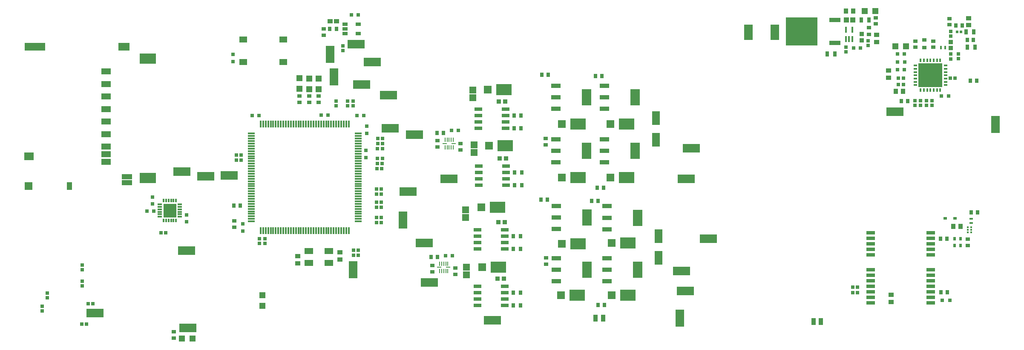
<source format=gtp>
G04*
G04 #@! TF.GenerationSoftware,Altium Limited,Altium Designer,23.7.1 (13)*
G04*
G04 Layer_Color=8421504*
%FSLAX44Y44*%
%MOMM*%
G71*
G04*
G04 #@! TF.SameCoordinates,9AC6D79B-6B5E-4FBD-9D38-37E555C90168*
G04*
G04*
G04 #@! TF.FilePolarity,Positive*
G04*
G01*
G75*
%ADD17R,1.2000X1.2000*%
%ADD18R,1.2000X1.2000*%
%ADD19R,1.7800X3.4300*%
%ADD20R,0.9500X0.8000*%
%ADD21R,0.9500X1.0500*%
%ADD22R,0.8000X0.5000*%
%ADD23R,3.4300X1.7800*%
%ADD24R,0.6500X0.7000*%
%ADD25R,0.7000X0.6500*%
%ADD26R,1.3500X0.3500*%
%ADD27R,0.3500X1.3500*%
%ADD28R,0.8500X0.7500*%
G04:AMPARAMS|DCode=29|XSize=1.1mm|YSize=0.6mm|CornerRadius=0.051mm|HoleSize=0mm|Usage=FLASHONLY|Rotation=0.000|XOffset=0mm|YOffset=0mm|HoleType=Round|Shape=RoundedRectangle|*
%AMROUNDEDRECTD29*
21,1,1.1000,0.4980,0,0,0.0*
21,1,0.9980,0.6000,0,0,0.0*
1,1,0.1020,0.4990,-0.2490*
1,1,0.1020,-0.4990,-0.2490*
1,1,0.1020,-0.4990,0.2490*
1,1,0.1020,0.4990,0.2490*
%
%ADD29ROUNDEDRECTD29*%
%ADD30R,0.7500X0.8500*%
%ADD31R,1.1311X0.9121*%
%ADD32R,0.7000X0.7000*%
%ADD33R,1.9000X0.9500*%
%ADD34R,1.9000X3.2500*%
%ADD35R,0.8500X0.3500*%
%ADD36R,0.6000X0.8000*%
%ADD37R,0.8000X0.9500*%
%ADD38R,0.6500X0.3500*%
%ADD39R,0.4250X0.3700*%
%ADD40R,1.8000X0.8000*%
%ADD41R,0.8000X0.8000*%
%ADD42R,0.7500X0.3000*%
%ADD43R,1.1000X0.9500*%
%ADD44R,1.8000X1.2000*%
%ADD45R,1.5250X0.6500*%
%ADD46R,3.1000X2.2000*%
%ADD47R,1.6000X2.8000*%
%ADD48R,1.5000X1.5200*%
%ADD49R,1.4562X1.3781*%
%ADD50R,0.9000X0.8500*%
%ADD51R,1.0500X0.9000*%
%ADD52R,0.4000X1.2000*%
%ADD53R,2.2500X0.9000*%
%ADD54R,1.1000X1.1000*%
%ADD55R,0.8000X1.0000*%
%ADD56R,0.7000X0.9000*%
%ADD57R,0.2000X0.9500*%
%ADD58R,6.3000X5.5500*%
%ADD59R,1.7800X3.1500*%
%ADD60R,0.8500X0.9000*%
%ADD61R,0.9500X0.2000*%
%ADD62R,0.3000X0.7500*%
%ADD63R,0.9500X1.3500*%
%ADD64R,0.9000X0.7500*%
%ADD65R,0.9000X0.8000*%
%ADD66R,0.3500X0.6500*%
%ADD67R,0.6500X0.7500*%
%ADD68R,0.9500X1.1000*%
%ADD69R,0.8500X0.8500*%
%ADD70R,0.6725X0.7154*%
%ADD71R,0.7500X0.9000*%
%ADD72R,0.7400X0.7800*%
%ADD73R,0.5153X0.4725*%
%ADD74R,0.7400X0.9200*%
%ADD75R,2.0000X1.0000*%
%ADD76R,1.1000X1.5000*%
%ADD77R,1.8700X1.6000*%
%ADD78R,1.0200X0.8400*%
%ADD79R,1.9500X1.2000*%
%ADD80R,1.5500X1.3000*%
%ADD81R,0.7000X0.7000*%
%ADD82R,2.6000X2.7000*%
%ADD83R,0.3500X0.8000*%
%ADD84R,1.0500X0.9500*%
%ADD85R,4.8000X4.8000*%
%ADD86R,2.2000X1.5500*%
%ADD87R,3.2000X2.1000*%
%ADD88R,1.6500X1.5000*%
%ADD89R,4.1700X1.5500*%
D17*
X1740830Y605790D02*
D03*
X1761830D02*
D03*
X1700870Y675640D02*
D03*
X1679870D02*
D03*
X322240Y22860D02*
D03*
X343240D02*
D03*
D18*
X482600Y88560D02*
D03*
Y109560D02*
D03*
X556260Y521290D02*
D03*
X575310Y520360D02*
D03*
X594360D02*
D03*
X556260Y542290D02*
D03*
X575310Y541360D02*
D03*
X594360D02*
D03*
D19*
X1311910Y63500D02*
D03*
X617220Y589280D02*
D03*
X662940Y160020D02*
D03*
X624840Y544830D02*
D03*
X1939290Y449580D02*
D03*
X762000Y259080D02*
D03*
D20*
X1701800Y662740D02*
D03*
Y650240D02*
D03*
X306070Y24230D02*
D03*
Y36730D02*
D03*
X1884680Y208130D02*
D03*
Y221130D02*
D03*
X594360Y494130D02*
D03*
X575310D02*
D03*
X556260D02*
D03*
Y506630D02*
D03*
X575310D02*
D03*
X594360D02*
D03*
D21*
X1642480Y675640D02*
D03*
X1656980D02*
D03*
X1870340Y246380D02*
D03*
X1855840D02*
D03*
D22*
X1859120Y262890D02*
D03*
X1839120D02*
D03*
D23*
X416560Y347980D02*
D03*
X334010Y44450D02*
D03*
X853440Y341630D02*
D03*
X772160Y316230D02*
D03*
X1334770Y402590D02*
D03*
X814070Y134620D02*
D03*
X803910Y213360D02*
D03*
X668660Y609600D02*
D03*
X939800Y59690D02*
D03*
X369570Y346710D02*
D03*
X701040Y574040D02*
D03*
X331470Y198120D02*
D03*
X149860Y73660D02*
D03*
X1315720Y157480D02*
D03*
X1739900Y474980D02*
D03*
X1323340Y118110D02*
D03*
X736600Y441960D02*
D03*
X1369060Y222250D02*
D03*
X784860Y429260D02*
D03*
X679450Y529590D02*
D03*
X322580Y355600D02*
D03*
X732790Y508000D02*
D03*
X1324610Y341630D02*
D03*
D24*
X54610Y104470D02*
D03*
Y113970D02*
D03*
X44450Y77800D02*
D03*
Y87300D02*
D03*
X124460Y160350D02*
D03*
Y169850D02*
D03*
Y128270D02*
D03*
Y137770D02*
D03*
X642620Y606730D02*
D03*
Y597230D02*
D03*
X1686560Y607390D02*
D03*
X1642110Y594690D02*
D03*
X628650Y486740D02*
D03*
X1779270Y487680D02*
D03*
X1802130D02*
D03*
X1813560D02*
D03*
X476250Y221920D02*
D03*
X487680Y222250D02*
D03*
X662940Y486740D02*
D03*
X651510Y496240D02*
D03*
X628650D02*
D03*
X1686560Y616890D02*
D03*
X476250Y212420D02*
D03*
X487680Y212750D02*
D03*
X651510Y486740D02*
D03*
X1790700Y487680D02*
D03*
X1642110Y604190D02*
D03*
X1813560Y497180D02*
D03*
X1802130D02*
D03*
X1790700D02*
D03*
X1779270D02*
D03*
X662940Y496240D02*
D03*
D25*
X123520Y52070D02*
D03*
X133020D02*
D03*
X1655470Y114300D02*
D03*
Y125730D02*
D03*
X331470Y269640D02*
D03*
X440360Y378460D02*
D03*
X145720Y92710D02*
D03*
X711860Y421640D02*
D03*
X711530Y411480D02*
D03*
X710590Y372110D02*
D03*
X708990Y311150D02*
D03*
Y321310D02*
D03*
Y294640D02*
D03*
Y284480D02*
D03*
Y264160D02*
D03*
X709320Y254000D02*
D03*
X290500Y233680D02*
D03*
X1849450Y542290D02*
D03*
X430860Y378460D02*
D03*
X136220Y92710D02*
D03*
X720700Y401320D02*
D03*
Y382270D02*
D03*
X718490Y294640D02*
D03*
X718820Y254000D02*
D03*
X711200Y401320D02*
D03*
X710260Y361950D02*
D03*
X711200Y382270D02*
D03*
X440360Y388620D02*
D03*
X1858950Y542290D02*
D03*
X1664970Y114300D02*
D03*
Y125730D02*
D03*
X672770Y189230D02*
D03*
X673100Y199390D02*
D03*
X281000Y233680D02*
D03*
X663600Y199390D02*
D03*
X721360Y421640D02*
D03*
X719760Y361950D02*
D03*
X718490Y311150D02*
D03*
Y284480D02*
D03*
X721030Y411480D02*
D03*
X720090Y372110D02*
D03*
X718490Y321310D02*
D03*
Y264160D02*
D03*
X430860Y388620D02*
D03*
X663270Y189230D02*
D03*
X331470Y256140D02*
D03*
D26*
X460170Y381670D02*
D03*
Y366670D02*
D03*
X672670Y256670D02*
D03*
Y416670D02*
D03*
Y411670D02*
D03*
Y366670D02*
D03*
Y311670D02*
D03*
Y316670D02*
D03*
Y301670D02*
D03*
Y286670D02*
D03*
Y291670D02*
D03*
Y281670D02*
D03*
Y276670D02*
D03*
X460170Y296670D02*
D03*
Y281670D02*
D03*
Y276670D02*
D03*
Y431670D02*
D03*
X672670Y406670D02*
D03*
Y271670D02*
D03*
Y361670D02*
D03*
Y371670D02*
D03*
Y306670D02*
D03*
X460170Y386670D02*
D03*
Y291670D02*
D03*
Y416670D02*
D03*
Y421670D02*
D03*
Y396670D02*
D03*
Y411670D02*
D03*
Y261670D02*
D03*
Y286670D02*
D03*
X672670Y426670D02*
D03*
X460170Y256670D02*
D03*
Y266670D02*
D03*
Y271670D02*
D03*
Y301670D02*
D03*
Y306670D02*
D03*
Y311670D02*
D03*
Y316670D02*
D03*
Y321670D02*
D03*
Y326670D02*
D03*
Y331670D02*
D03*
Y336670D02*
D03*
Y341670D02*
D03*
Y346670D02*
D03*
Y351670D02*
D03*
Y356670D02*
D03*
Y361670D02*
D03*
Y371670D02*
D03*
Y376670D02*
D03*
Y391670D02*
D03*
Y401670D02*
D03*
Y406670D02*
D03*
Y426670D02*
D03*
X672670Y431670D02*
D03*
Y421670D02*
D03*
Y401670D02*
D03*
Y396670D02*
D03*
Y391670D02*
D03*
Y386670D02*
D03*
Y381670D02*
D03*
Y376670D02*
D03*
Y356670D02*
D03*
Y351670D02*
D03*
Y346670D02*
D03*
Y341670D02*
D03*
Y336670D02*
D03*
Y331670D02*
D03*
Y326670D02*
D03*
Y321670D02*
D03*
Y296670D02*
D03*
Y266670D02*
D03*
Y261670D02*
D03*
D27*
X588920Y450420D02*
D03*
X593920D02*
D03*
X608920D02*
D03*
X613920D02*
D03*
X618920D02*
D03*
X633920D02*
D03*
X548920Y237920D02*
D03*
X573920D02*
D03*
X578920D02*
D03*
X638920Y450420D02*
D03*
X583920Y237920D02*
D03*
X533920D02*
D03*
X478920D02*
D03*
X483920D02*
D03*
X653920Y450420D02*
D03*
X578920D02*
D03*
X573920D02*
D03*
X568920D02*
D03*
X638920Y237920D02*
D03*
X593920D02*
D03*
X588920D02*
D03*
X523920D02*
D03*
X528920D02*
D03*
X598920D02*
D03*
X493920Y450420D02*
D03*
X623920D02*
D03*
X628920D02*
D03*
X563920Y237920D02*
D03*
X568920D02*
D03*
X603920D02*
D03*
X648920Y450420D02*
D03*
X643920D02*
D03*
X613920Y237920D02*
D03*
X608920D02*
D03*
X523920Y450420D02*
D03*
X528920D02*
D03*
X488920D02*
D03*
X478920D02*
D03*
X483920D02*
D03*
X498920D02*
D03*
X503920D02*
D03*
X508920D02*
D03*
X513920D02*
D03*
X518920D02*
D03*
X533920D02*
D03*
X538920D02*
D03*
X543920D02*
D03*
X548920D02*
D03*
X553920D02*
D03*
X558920D02*
D03*
X563920D02*
D03*
X583920D02*
D03*
X598920D02*
D03*
X603920D02*
D03*
X653920Y237920D02*
D03*
X633920D02*
D03*
X628920D02*
D03*
X623920D02*
D03*
X618920D02*
D03*
X558920D02*
D03*
X553920D02*
D03*
X543920D02*
D03*
X538920D02*
D03*
X518920D02*
D03*
X513920D02*
D03*
X508920D02*
D03*
X503920D02*
D03*
X498920D02*
D03*
X493920D02*
D03*
X488920D02*
D03*
X648920D02*
D03*
X643920D02*
D03*
D28*
X603890Y627230D02*
D03*
Y640230D02*
D03*
X1687830Y629620D02*
D03*
X1045210Y421790D02*
D03*
X1046480Y184150D02*
D03*
X876300Y411630D02*
D03*
X865990Y163980D02*
D03*
X830580Y404980D02*
D03*
X820420Y156060D02*
D03*
X1045210Y408790D02*
D03*
X1046480Y171150D02*
D03*
X426720Y257960D02*
D03*
X1687830Y642620D02*
D03*
X865990Y150980D02*
D03*
X820420Y169060D02*
D03*
X830580Y417980D02*
D03*
X876300Y398630D02*
D03*
X426720Y244960D02*
D03*
D29*
X672770Y649580D02*
D03*
X646770Y630580D02*
D03*
Y649580D02*
D03*
X672770Y630580D02*
D03*
X646770Y640080D02*
D03*
D30*
X629440D02*
D03*
X616440D02*
D03*
X1050440Y548640D02*
D03*
X1049170Y299720D02*
D03*
X1147930Y323850D02*
D03*
X1149200Y90170D02*
D03*
X1157120Y546100D02*
D03*
X1149500Y297180D02*
D03*
X830730Y185420D02*
D03*
X1765450Y496570D02*
D03*
X842160Y433070D02*
D03*
X1889610Y537210D02*
D03*
X1160930Y323850D02*
D03*
X1162200Y90170D02*
D03*
X1144120Y546100D02*
D03*
X1136500Y297180D02*
D03*
X1037440Y548640D02*
D03*
X1036170Y299720D02*
D03*
X438300Y288290D02*
D03*
X1752450Y496570D02*
D03*
X1902610Y537210D02*
D03*
X817730Y185420D02*
D03*
X829160Y433070D02*
D03*
X425300Y288290D02*
D03*
D31*
X616535Y655320D02*
D03*
X629345D02*
D03*
D32*
X659120Y668020D02*
D03*
X673120D02*
D03*
X266700Y276860D02*
D03*
X1758330Y590550D02*
D03*
Y558800D02*
D03*
X669910Y467360D02*
D03*
X1845960Y506730D02*
D03*
X1831960D02*
D03*
X1744330Y558800D02*
D03*
X1744980Y574040D02*
D03*
X1758980D02*
D03*
X1744330Y590550D02*
D03*
X846290Y187960D02*
D03*
X860290D02*
D03*
X252700Y276860D02*
D03*
X683910Y467360D02*
D03*
X871870Y438150D02*
D03*
X857870D02*
D03*
X475630Y467360D02*
D03*
X461630D02*
D03*
X598790Y468630D02*
D03*
X612790D02*
D03*
X1657350Y601980D02*
D03*
X1671350D02*
D03*
D33*
X1066760Y241160D02*
D03*
Y264160D02*
D03*
Y287160D02*
D03*
X1167173Y263890D02*
D03*
X1167110Y160020D02*
D03*
X1065510Y420510D02*
D03*
X1066760Y183020D02*
D03*
X1065510Y527190D02*
D03*
X1162030Y420510D02*
D03*
X1167110Y183020D02*
D03*
X1162030Y527190D02*
D03*
X1167173Y286890D02*
D03*
X1162030Y374510D02*
D03*
X1065510Y397510D02*
D03*
X1167110Y137020D02*
D03*
X1066760Y160020D02*
D03*
X1162030Y481190D02*
D03*
X1065510Y504190D02*
D03*
X1167173Y240890D02*
D03*
X1065510Y374510D02*
D03*
Y481190D02*
D03*
X1066760Y137020D02*
D03*
X1162030Y504190D02*
D03*
Y397510D02*
D03*
D34*
X1127760Y264160D02*
D03*
X1228173Y263890D02*
D03*
X1228110Y160020D02*
D03*
X1126510Y397510D02*
D03*
X1127760Y160020D02*
D03*
X1126510Y504190D02*
D03*
X1223030D02*
D03*
Y397510D02*
D03*
D35*
X318046Y285796D02*
D03*
X278546Y275796D02*
D03*
X318046Y270796D02*
D03*
Y290796D02*
D03*
X278546Y265796D02*
D03*
X318046D02*
D03*
Y275796D02*
D03*
Y280796D02*
D03*
X278546Y270796D02*
D03*
Y280796D02*
D03*
Y285796D02*
D03*
Y290796D02*
D03*
D36*
X1870010Y208280D02*
D03*
X1858010Y222280D02*
D03*
X1870010D02*
D03*
X1858010Y208280D02*
D03*
D37*
X1890880Y274320D02*
D03*
X1903880D02*
D03*
X1831190Y115570D02*
D03*
X1844190D02*
D03*
X1829920Y222250D02*
D03*
X1842920D02*
D03*
D38*
X1891030Y261620D02*
D03*
Y253120D02*
D03*
D39*
X1884680Y234950D02*
D03*
X1891440Y244950D02*
D03*
X1884680Y239950D02*
D03*
Y244950D02*
D03*
X1891440Y234950D02*
D03*
Y239950D02*
D03*
D40*
X1811020Y116090D02*
D03*
Y201090D02*
D03*
X1691020Y127090D02*
D03*
Y138090D02*
D03*
X1811020Y223090D02*
D03*
Y190090D02*
D03*
Y127090D02*
D03*
X1691020Y94090D02*
D03*
Y105090D02*
D03*
Y116090D02*
D03*
Y149090D02*
D03*
Y160090D02*
D03*
Y190090D02*
D03*
Y201090D02*
D03*
Y212090D02*
D03*
Y223090D02*
D03*
Y234090D02*
D03*
X1811020D02*
D03*
Y212090D02*
D03*
Y160090D02*
D03*
Y149090D02*
D03*
Y138090D02*
D03*
Y105090D02*
D03*
Y94090D02*
D03*
D41*
X1848999Y99059D02*
D03*
X1833999D02*
D03*
D42*
X1840040Y534820D02*
D03*
Y547820D02*
D03*
Y541320D02*
D03*
Y560820D02*
D03*
X1780540Y528320D02*
D03*
X1840040Y554320D02*
D03*
X1780540Y560820D02*
D03*
Y547820D02*
D03*
Y541320D02*
D03*
Y534820D02*
D03*
X1840040Y567320D02*
D03*
X1780540D02*
D03*
Y554320D02*
D03*
X1840040Y528320D02*
D03*
D43*
X636270Y195210D02*
D03*
X552450Y173090D02*
D03*
X1727200Y542660D02*
D03*
Y557160D02*
D03*
X636270Y180710D02*
D03*
X552450Y187590D02*
D03*
D44*
X614360Y197420D02*
D03*
X574360Y173420D02*
D03*
Y197420D02*
D03*
X614360Y173420D02*
D03*
D45*
X909510Y127487D02*
D03*
X910140Y240030D02*
D03*
X912680Y341630D02*
D03*
Y354330D02*
D03*
X909510Y114787D02*
D03*
Y102087D02*
D03*
X911410Y454660D02*
D03*
Y467360D02*
D03*
X910140Y227330D02*
D03*
Y214630D02*
D03*
X965650Y467360D02*
D03*
Y441960D02*
D03*
X964380Y227330D02*
D03*
Y201930D02*
D03*
X966920Y354330D02*
D03*
Y328930D02*
D03*
X963750Y114787D02*
D03*
Y89387D02*
D03*
X965650Y480060D02*
D03*
X964380Y240030D02*
D03*
X966920Y367030D02*
D03*
X963750Y127487D02*
D03*
X966920Y341630D02*
D03*
X963750Y102087D02*
D03*
X965650Y454660D02*
D03*
X964380Y214630D02*
D03*
X911410Y480060D02*
D03*
X912680Y367030D02*
D03*
X910140Y201930D02*
D03*
X909510Y89387D02*
D03*
X912680Y328930D02*
D03*
X911410Y441960D02*
D03*
D46*
X1208440Y109220D02*
D03*
Y213360D02*
D03*
X962060Y519430D02*
D03*
X949360Y284480D02*
D03*
X964600Y407670D02*
D03*
X951230Y165100D02*
D03*
X1109380Y344170D02*
D03*
X1108110Y109220D02*
D03*
X1109380Y450850D02*
D03*
Y212090D02*
D03*
X1205900Y450850D02*
D03*
Y344170D02*
D03*
D47*
X1270000Y184240D02*
D03*
X1264920Y419190D02*
D03*
X1270000Y227240D02*
D03*
X1264920Y462190D02*
D03*
D48*
X919030Y165100D02*
D03*
X917160Y284480D02*
D03*
X1173700Y344170D02*
D03*
X1176240Y109220D02*
D03*
X1173700Y450850D02*
D03*
X1176240Y213360D02*
D03*
X1077180Y344170D02*
D03*
Y450850D02*
D03*
X1075910Y109220D02*
D03*
X1077180Y212090D02*
D03*
X932400Y407670D02*
D03*
X929860Y519430D02*
D03*
D49*
X886460Y279421D02*
D03*
X887730Y165121D02*
D03*
X900430Y518181D02*
D03*
X902970Y408961D02*
D03*
X887730Y149839D02*
D03*
X886460Y264139D02*
D03*
X902970Y393679D02*
D03*
X900430Y502899D02*
D03*
D50*
X1673860Y630070D02*
D03*
Y617070D02*
D03*
D51*
X1703070Y628280D02*
D03*
Y613780D02*
D03*
D52*
X1655110Y638810D02*
D03*
X1642110D02*
D03*
Y619810D02*
D03*
X1648610D02*
D03*
X1655110D02*
D03*
D53*
X1620340Y657800D02*
D03*
Y612200D02*
D03*
D54*
X1643230Y657860D02*
D03*
X1656230D02*
D03*
D55*
X1672590D02*
D03*
X1620400Y590550D02*
D03*
X1898530Y604170D02*
D03*
X1883530D02*
D03*
X1895990Y634650D02*
D03*
X1880990D02*
D03*
X1687590Y657860D02*
D03*
X1605400Y590550D02*
D03*
D56*
X996330Y441960D02*
D03*
X995060Y201930D02*
D03*
X997600Y328930D02*
D03*
X995060Y88900D02*
D03*
X997600Y354330D02*
D03*
X995060Y114300D02*
D03*
X996330Y467360D02*
D03*
X995060Y227330D02*
D03*
X982330Y467360D02*
D03*
Y441960D02*
D03*
X981060Y227330D02*
D03*
Y201930D02*
D03*
X983600Y354330D02*
D03*
Y328930D02*
D03*
X981060Y114300D02*
D03*
Y88900D02*
D03*
D57*
X834900Y172480D02*
D03*
X849440Y403980D02*
D03*
X838900Y157480D02*
D03*
X849440Y418980D02*
D03*
X838900Y172480D02*
D03*
X845440Y418980D02*
D03*
Y403980D02*
D03*
X834900Y157480D02*
D03*
X853440Y418980D02*
D03*
X857440D02*
D03*
X861440D02*
D03*
Y403980D02*
D03*
X857440D02*
D03*
X853440D02*
D03*
X842900Y172480D02*
D03*
X846900D02*
D03*
X850900D02*
D03*
Y157480D02*
D03*
X846900D02*
D03*
X842900D02*
D03*
D58*
X1554340Y635000D02*
D03*
D59*
X1500620Y633730D02*
D03*
X1448320D02*
D03*
D60*
X965350Y495300D02*
D03*
X964080Y255270D02*
D03*
X966620Y382270D02*
D03*
X962810Y142240D02*
D03*
X953620Y382270D02*
D03*
X949810Y142240D02*
D03*
X952350Y495300D02*
D03*
X951080Y255270D02*
D03*
D61*
X862440Y411480D02*
D03*
X851900Y164980D02*
D03*
X844440Y411480D02*
D03*
X833900Y164980D02*
D03*
D62*
X1810290Y518070D02*
D03*
X1803790D02*
D03*
X1797290D02*
D03*
X1790790D02*
D03*
X1810290Y577570D02*
D03*
X1829790D02*
D03*
X1816790Y518070D02*
D03*
X1823290D02*
D03*
X1829790D02*
D03*
X1823290Y577570D02*
D03*
X1816790D02*
D03*
X1803790D02*
D03*
X1797290D02*
D03*
X1790790D02*
D03*
D63*
X1144390Y63500D02*
D03*
X1577580Y57150D02*
D03*
X1159390Y63500D02*
D03*
X1592580Y57150D02*
D03*
D64*
X1780540Y603950D02*
D03*
X1816100Y603600D02*
D03*
X1847850Y648970D02*
D03*
X1816100Y615600D02*
D03*
X1780540Y615950D02*
D03*
X1847850Y660970D02*
D03*
D65*
X1798320Y603370D02*
D03*
Y618370D02*
D03*
D66*
X1830900Y602900D02*
D03*
X1839400D02*
D03*
D67*
X1746250Y542290D02*
D03*
X1756250Y529290D02*
D03*
X1746250D02*
D03*
X1756250Y542290D02*
D03*
D68*
X1756040Y515620D02*
D03*
X1741540D02*
D03*
D69*
X1850390Y613730D02*
D03*
Y602230D02*
D03*
D70*
Y626054D02*
D03*
X1865630Y580684D02*
D03*
X1850390Y635626D02*
D03*
X1865630Y590256D02*
D03*
D71*
X1883760Y618140D02*
D03*
X1895760D02*
D03*
D72*
X1850390Y590020D02*
D03*
Y580220D02*
D03*
D73*
X1863090Y634650D02*
D03*
X1870661D02*
D03*
D74*
X1860700Y647350D02*
D03*
X1873100D02*
D03*
D75*
X212865Y333715D02*
D03*
Y345715D02*
D03*
D76*
X99165Y327215D02*
D03*
D77*
X18615Y385915D02*
D03*
D78*
X1885950Y648270D02*
D03*
Y661670D02*
D03*
D79*
X171215Y530665D02*
D03*
Y555665D02*
D03*
Y375665D02*
D03*
Y390665D02*
D03*
Y505665D02*
D03*
Y430665D02*
D03*
Y480665D02*
D03*
Y455665D02*
D03*
Y405665D02*
D03*
D80*
X444120Y574400D02*
D03*
X523620D02*
D03*
Y619400D02*
D03*
X444120D02*
D03*
D81*
X424180Y575310D02*
D03*
X264160Y305450D02*
D03*
Y291450D02*
D03*
X688340Y398160D02*
D03*
Y384160D02*
D03*
X443230Y251460D02*
D03*
Y237460D02*
D03*
X689610Y432420D02*
D03*
Y446420D02*
D03*
X424180Y589310D02*
D03*
D82*
X298296Y278296D02*
D03*
D83*
X285796Y258296D02*
D03*
X290796D02*
D03*
X295796D02*
D03*
X300796D02*
D03*
X305796D02*
D03*
X310796D02*
D03*
X285796Y298296D02*
D03*
X290796D02*
D03*
X295796D02*
D03*
X300796D02*
D03*
X305796D02*
D03*
X310796D02*
D03*
D84*
X1732280Y110120D02*
D03*
Y95620D02*
D03*
D85*
X1810290Y547820D02*
D03*
D86*
X207465Y604965D02*
D03*
D87*
X254265Y580915D02*
D03*
Y342915D02*
D03*
D88*
X17515Y327215D02*
D03*
D89*
X30115Y604965D02*
D03*
M02*

</source>
